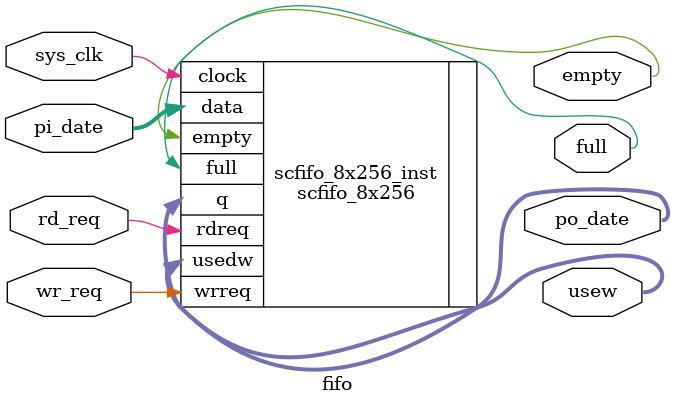
<source format=v>
module fifo
(
  input wire       sys_clk  ,
  input wire [7:0] pi_date  ,
  input wire       rd_req   ,
  input wire       wr_req   ,
  
  output wire      empty    ,
  output wire      full     ,
  output wire[7:0] po_date  , 
  output wire[7:0] usew    
);
 
scfifo_8x256	scfifo_8x256_inst (
	.clock ( sys_clk ),
	.data  ( pi_date ),
	.rdreq ( rd_req  ),
	.wrreq ( wr_req  ),
    
	.empty (empty    ),
	.full  (full     ),
	.q     (po_date  ),
	.usedw (usew     )
	);
 
 
 
 
 endmodule
</source>
